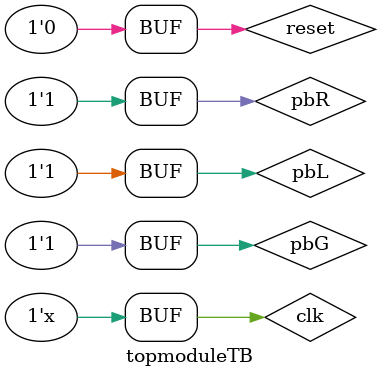
<source format=v>
`timescale 1ns / 1ps


module topmoduleTB();
    reg clk = 0; 
    reg pbR = 1;
    reg pbL = 1;
    reg pbG = 1;
    reg reset = 0;
    wire hSync; 
    wire vSync;
    
    wire [1:0] vgaRed;
    wire [1:0] vgaGreen;
    wire [1:0] vgaBlue;
    always begin 
        #5; 
        clk = ~clk;
    end
    topModule dut(.CLK100MHZ(clk),
                  .pbR(pbR),
                  .pbL(pbL),
                  .pbG(pbG),
                  .vgaRed(vgaRed),
                  .vgaGreen(vgaGreen),
                  .vgaBlue(vgaBlue),
                  .hSync(hSync),
                  .vSync(vSync),
                  .gameReset(reset));
   initial begin 
        #5;
        pbG = 0;
        #5;
        pbG = 1;
   end
endmodule

</source>
